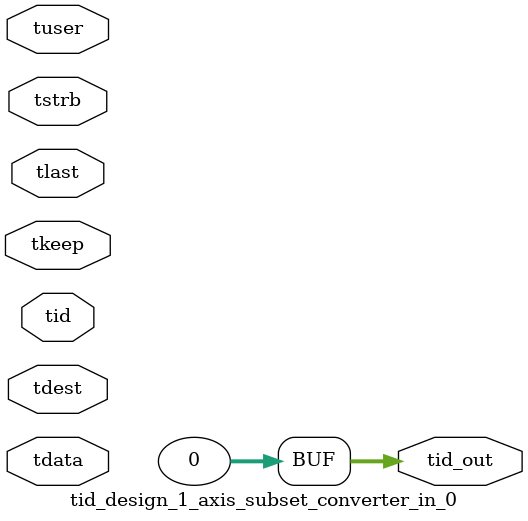
<source format=v>


`timescale 1ps/1ps

module tid_design_1_axis_subset_converter_in_0 #
(
parameter C_S_AXIS_TID_WIDTH   = 1,
parameter C_S_AXIS_TUSER_WIDTH = 0,
parameter C_S_AXIS_TDATA_WIDTH = 0,
parameter C_S_AXIS_TDEST_WIDTH = 0,
parameter C_M_AXIS_TID_WIDTH   = 32
)
(
input  [(C_S_AXIS_TID_WIDTH   == 0 ? 1 : C_S_AXIS_TID_WIDTH)-1:0       ] tid,
input  [(C_S_AXIS_TDATA_WIDTH == 0 ? 1 : C_S_AXIS_TDATA_WIDTH)-1:0     ] tdata,
input  [(C_S_AXIS_TUSER_WIDTH == 0 ? 1 : C_S_AXIS_TUSER_WIDTH)-1:0     ] tuser,
input  [(C_S_AXIS_TDEST_WIDTH == 0 ? 1 : C_S_AXIS_TDEST_WIDTH)-1:0     ] tdest,
input  [(C_S_AXIS_TDATA_WIDTH/8)-1:0 ] tkeep,
input  [(C_S_AXIS_TDATA_WIDTH/8)-1:0 ] tstrb,
input                                                                    tlast,
output [(C_M_AXIS_TID_WIDTH   == 0 ? 1 : C_M_AXIS_TID_WIDTH)-1:0       ] tid_out
);

assign tid_out = {1'b0};

endmodule


</source>
